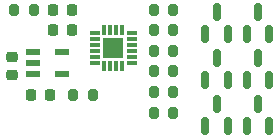
<source format=gbr>
%TF.GenerationSoftware,KiCad,Pcbnew,8.0.4-8.0.4-0~ubuntu20.04.1*%
%TF.CreationDate,2024-08-05T10:16:11+09:00*%
%TF.ProjectId,pcb_blheli_s,7063625f-626c-4686-956c-695f732e6b69,rev?*%
%TF.SameCoordinates,Original*%
%TF.FileFunction,Paste,Top*%
%TF.FilePolarity,Positive*%
%FSLAX46Y46*%
G04 Gerber Fmt 4.6, Leading zero omitted, Abs format (unit mm)*
G04 Created by KiCad (PCBNEW 8.0.4-8.0.4-0~ubuntu20.04.1) date 2024-08-05 10:16:11*
%MOMM*%
%LPD*%
G01*
G04 APERTURE LIST*
G04 Aperture macros list*
%AMRoundRect*
0 Rectangle with rounded corners*
0 $1 Rounding radius*
0 $2 $3 $4 $5 $6 $7 $8 $9 X,Y pos of 4 corners*
0 Add a 4 corners polygon primitive as box body*
4,1,4,$2,$3,$4,$5,$6,$7,$8,$9,$2,$3,0*
0 Add four circle primitives for the rounded corners*
1,1,$1+$1,$2,$3*
1,1,$1+$1,$4,$5*
1,1,$1+$1,$6,$7*
1,1,$1+$1,$8,$9*
0 Add four rect primitives between the rounded corners*
20,1,$1+$1,$2,$3,$4,$5,0*
20,1,$1+$1,$4,$5,$6,$7,0*
20,1,$1+$1,$6,$7,$8,$9,0*
20,1,$1+$1,$8,$9,$2,$3,0*%
G04 Aperture macros list end*
%ADD10R,0.900000X0.300000*%
%ADD11R,0.300000X0.900000*%
%ADD12R,1.800000X1.800000*%
%ADD13RoundRect,0.225000X-0.225000X-0.250000X0.225000X-0.250000X0.225000X0.250000X-0.225000X0.250000X0*%
%ADD14RoundRect,0.150000X0.150000X-0.587500X0.150000X0.587500X-0.150000X0.587500X-0.150000X-0.587500X0*%
%ADD15RoundRect,0.200000X-0.200000X-0.275000X0.200000X-0.275000X0.200000X0.275000X-0.200000X0.275000X0*%
%ADD16RoundRect,0.225000X-0.250000X0.225000X-0.250000X-0.225000X0.250000X-0.225000X0.250000X0.225000X0*%
%ADD17RoundRect,0.225000X0.225000X0.250000X-0.225000X0.250000X-0.225000X-0.250000X0.225000X-0.250000X0*%
%ADD18RoundRect,0.200000X0.200000X0.275000X-0.200000X0.275000X-0.200000X-0.275000X0.200000X-0.275000X0*%
%ADD19R,1.200000X0.600000*%
G04 APERTURE END LIST*
D10*
%TO.C,IC1*%
X123000000Y-100500000D03*
X123000000Y-101000000D03*
X123000000Y-101500000D03*
X123000000Y-102000000D03*
X123000000Y-102500000D03*
X123000000Y-103000000D03*
D11*
X123800000Y-103300000D03*
X124300000Y-103300000D03*
X124800000Y-103300000D03*
X125300000Y-103300000D03*
D10*
X126100000Y-103000000D03*
X126100000Y-102500000D03*
X126100000Y-102000000D03*
X126100000Y-101500000D03*
X126100000Y-101000000D03*
X126100000Y-100500000D03*
D11*
X125300000Y-100200000D03*
X124800000Y-100200000D03*
X124300000Y-100200000D03*
X123800000Y-100200000D03*
D12*
X124550000Y-101750000D03*
%TD*%
D13*
%TO.C,C4*%
X119475000Y-98500000D03*
X121025000Y-98500000D03*
%TD*%
D14*
%TO.C,Q6*%
X135850000Y-108337500D03*
X137750000Y-108337500D03*
X136800000Y-106462500D03*
%TD*%
D15*
%TO.C,R6*%
X127975000Y-105500000D03*
X129625000Y-105500000D03*
%TD*%
%TO.C,R8*%
X127975000Y-107200000D03*
X129625000Y-107200000D03*
%TD*%
D16*
%TO.C,C2*%
X116000000Y-102475000D03*
X116000000Y-104025000D03*
%TD*%
D13*
%TO.C,C1*%
X119475000Y-100250000D03*
X121025000Y-100250000D03*
%TD*%
D17*
%TO.C,C3*%
X119175000Y-105700000D03*
X117625000Y-105700000D03*
%TD*%
D18*
%TO.C,R3*%
X129625000Y-100250000D03*
X127975000Y-100250000D03*
%TD*%
%TO.C,R5*%
X129625000Y-102000000D03*
X127975000Y-102000000D03*
%TD*%
D19*
%TO.C,IC2*%
X117750000Y-102050000D03*
X117750000Y-103000000D03*
X117750000Y-103950000D03*
X120250000Y-103950000D03*
X120250000Y-102050000D03*
%TD*%
D18*
%TO.C,R7*%
X129625000Y-103700000D03*
X127975000Y-103700000D03*
%TD*%
D14*
%TO.C,Q4*%
X135850000Y-104437500D03*
X137750000Y-104437500D03*
X136800000Y-102562500D03*
%TD*%
%TO.C,Q1*%
X132350000Y-100537500D03*
X134250000Y-100537500D03*
X133300000Y-98662500D03*
%TD*%
%TO.C,Q3*%
X132350000Y-104437500D03*
X134250000Y-104437500D03*
X133300000Y-102562500D03*
%TD*%
D15*
%TO.C,R4*%
X127975000Y-98500000D03*
X129625000Y-98500000D03*
%TD*%
D18*
%TO.C,R2*%
X117825000Y-98500000D03*
X116175000Y-98500000D03*
%TD*%
D14*
%TO.C,Q5*%
X132350000Y-108337500D03*
X134250000Y-108337500D03*
X133300000Y-106462500D03*
%TD*%
%TO.C,Q2*%
X135850000Y-100537500D03*
X137750000Y-100537500D03*
X136800000Y-98662500D03*
%TD*%
D18*
%TO.C,R1*%
X122825000Y-105750000D03*
X121175000Y-105750000D03*
%TD*%
M02*

</source>
